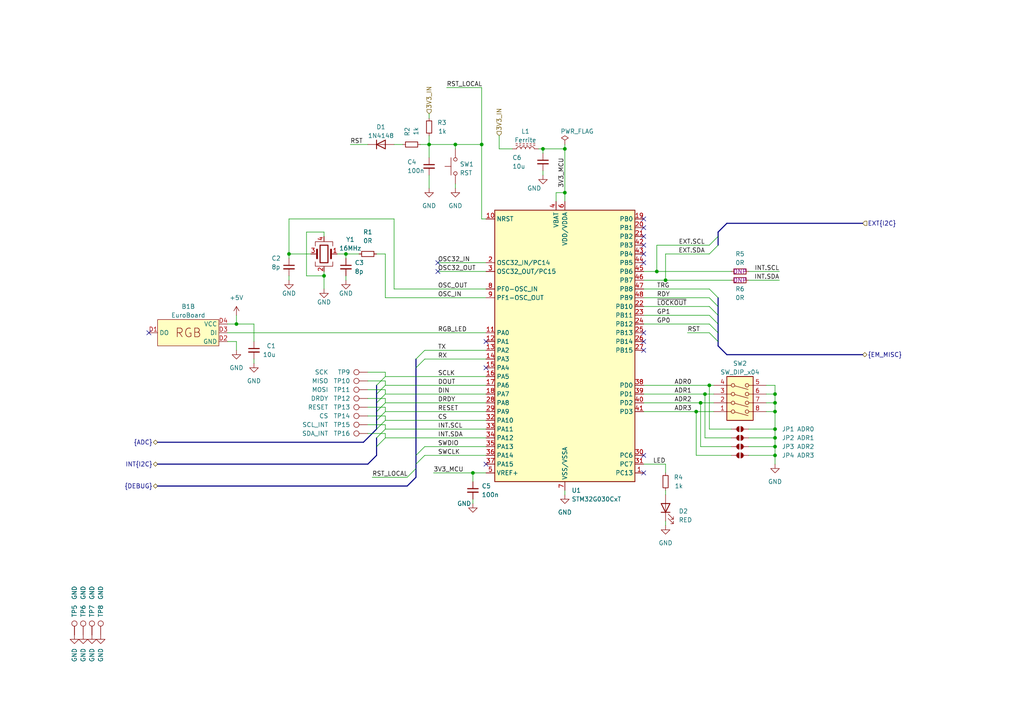
<source format=kicad_sch>
(kicad_sch (version 20230121) (generator eeschema)
  (paper "A4")
  (title_block (title "EuroMeasure Ion Gauge Controller") (date "2024-01-20") (rev "1.1.0"))
  (lib_symbols
    (symbol "Device:C_Small" (pin_numbers hide) (pin_names (offset 0.254) hide)
      (property "Reference" "C" (at 0.254 1.778 0))
      (property "Value" "C_Small" (at 0.254 -2.032 0))
      (symbol "C_Small_0_1"
        (polyline (pts (xy -1.524 -0.508) (xy 1.524 -0.508)) (stroke (width 0.3302)))
        (polyline (pts (xy -1.524 0.508) (xy 1.524 0.508)) (stroke (width 0.3048)))
      )
      (symbol "C_Small_1_1"
        (pin passive line (at 0 2.54 270) (length 2.032) (name "~") (number "1"))
        (pin passive line (at 0 -2.54 90) (length 2.032) (name "~") (number "2"))
      )
    )
    (symbol "Device:R_Small" (pin_numbers hide) (pin_names (offset 0.254) hide)
      (property "Reference" "R" (at 0.762 0.508 0))
      (property "Value" "R_Small" (at 0.762 -1.016 0))
      (symbol "R_Small_0_1"
        (rectangle (start -0.762 1.778) (end 0.762 -1.778) (stroke (width 0.2032)))
      )
      (symbol "R_Small_1_1"
        (pin passive line (at 0 2.54 270) (length 0.762) (name "~") (number "1"))
        (pin passive line (at 0 -2.54 90) (length 0.762) (name "~") (number "2"))
      )
    )
    (symbol "MEMS_Custom:EuroBoardLED"
      (property "Reference" "B" (at 8.89 8.89 0))
      (property "Value" "EuroBoard" (at 1.27 8.89 0))
      (symbol "EuroBoardLED_1_1"
        (rectangle (start -3.81 7.62) (end 10.16 -38.1) (fill (type background)))
        (polyline (pts (xy -3.81 -22.86) (xy 10.16 -22.86)))
        (polyline (pts (xy -3.81 -7.62) (xy 10.16 -7.62)))
        (pin power_out line (at -6.35 5.08 0) (length 2.54) (name "-15V") (number "1"))
        (pin passive line (at 12.7 -5.08 180) (length 2.54) (name "15V") (number "10"))
        (pin bidirectional line (at -6.35 -10.16 0) (length 2.54) (name "SCL") (number "11"))
        (pin passive line (at 12.7 -10.16 180) (length 2.54) (name "GND") (number "12"))
        (pin bidirectional line (at -6.35 -12.7 0) (length 2.54) (name "SDA") (number "13"))
        (pin passive line (at 12.7 -12.7 180) (length 2.54) (name "GND") (number "14"))
        (pin bidirectional line (at -6.35 -15.24 0) (length 2.54) (name "~{LOCKOUT}") (number "15"))
        (pin bidirectional line (at 12.7 -15.24 180) (length 2.54) (name "RST") (number "16"))
        (pin bidirectional line (at -6.35 -17.78 0) (length 2.54) (name "GP0") (number "17"))
        (pin bidirectional line (at 12.7 -17.78 180) (length 2.54) (name "GP1") (number "18"))
        (pin bidirectional line (at -6.35 -20.32 0) (length 2.54) (name "TRG") (number "19"))
        (pin passive line (at 12.7 5.08 180) (length 2.54) (name "-15V") (number "2"))
        (pin bidirectional line (at 12.7 -20.32 180) (length 2.54) (name "RDY") (number "20"))
        (pin bidirectional line (at -6.35 -25.4 0) (length 2.54) (name "SWDIO") (number "21"))
        (pin power_in line (at 12.7 -25.4 180) (length 2.54) (name "GND") (number "22"))
        (pin bidirectional line (at -6.35 -27.94 0) (length 2.54) (name "SWCLK") (number "23"))
        (pin bidirectional line (at 12.7 -27.94 180) (length 2.54) (name "RST") (number "24"))
        (pin bidirectional line (at -6.35 -30.48 0) (length 2.54) (name "RX") (number "25"))
        (pin bidirectional line (at 12.7 -30.48 180) (length 2.54) (name "TX") (number "26"))
        (pin power_in line (at -6.35 -33.02 0) (length 2.54) (name "3.3V") (number "27"))
        (pin bidirectional line (at 12.7 -33.02 180) (length 2.54) (name "NC4") (number "28"))
        (pin bidirectional line (at -6.35 -35.56 0) (length 2.54) (name "NC5") (number "29"))
        (pin power_out line (at -6.35 2.54 0) (length 2.54) (name "GND") (number "3"))
        (pin bidirectional line (at 12.7 -35.56 180) (length 2.54) (name "NC6") (number "30"))
        (pin passive line (at 12.7 2.54 180) (length 2.54) (name "GND") (number "4"))
        (pin power_out line (at -6.35 0 0) (length 2.54) (name "5V") (number "5"))
        (pin passive line (at 12.7 0 180) (length 2.54) (name "5V") (number "6"))
        (pin passive line (at -6.35 -2.54 0) (length 2.54) (name "GND") (number "7"))
        (pin passive line (at 12.7 -2.54 180) (length 2.54) (name "GND") (number "8"))
        (pin power_out line (at -6.35 -5.08 0) (length 2.54) (name "15V") (number "9"))
      )
      (symbol "EuroBoardLED_2_1"
        (rectangle (start -6.35 7.62) (end 11.43 0) (fill (type background)))
        (text "RGB" (at 2.54 3.81 0) (effects (font (size 2.54 2.54))))
        (pin output line (at 13.97 3.81 180) (length 2.54) (name "DO") (number "D1"))
        (pin power_in line (at -8.89 1.27 0) (length 2.54) (name "GND") (number "D2"))
        (pin input line (at -8.89 3.81 0) (length 2.54) (name "DI") (number "D3"))
        (pin power_in line (at -8.89 6.35 0) (length 2.54) (name "VCC") (number "D4"))
      )
    )
    (symbol "MEMS_Discrete-semiconductor:D_1N4148WS-SOD323" (pin_numbers hide) (pin_names (offset 1.016) hide)
      (property "Reference" "D" (at 0 2.54 0))
      (property "Value" "1N4148" (at 0 -2.54 0))
      (symbol "D_1N4148WS-SOD323_0_1"
        (polyline (pts (xy -1.27 1.27) (xy -1.27 -1.27)) (stroke (width 0.254)))
        (polyline (pts (xy 1.27 0) (xy -1.27 0)))
        (polyline (pts (xy 1.27 1.27) (xy 1.27 -1.27) (xy -1.27 0) (xy 1.27 1.27)) (stroke (width 0.254)))
      )
      (symbol "D_1N4148WS-SOD323_1_1"
        (pin passive line (at -3.81 0 0) (length 2.54) (name "K") (number "1"))
        (pin passive line (at 3.81 0 180) (length 2.54) (name "A") (number "2"))
      )
    )
    (symbol "MEMS_Discrete-semiconductor:LED_0805_Red" (pin_numbers hide) (pin_names (offset 1.016) hide)
      (property "Reference" "D" (at 0 2.54 0))
      (property "Value" "RED" (at 0 -2.54 0))
      (symbol "LED_0805_Red_0_1"
        (polyline (pts (xy -1.27 -1.27) (xy -1.27 1.27)) (stroke (width 0.254)))
        (polyline (pts (xy -1.27 0) (xy 1.27 0)))
        (polyline (pts (xy 1.27 -1.27) (xy 1.27 1.27) (xy -1.27 0) (xy 1.27 -1.27)) (stroke (width 0.254)))
        (polyline (pts (xy -3.048 -0.762) (xy -4.572 -2.286) (xy -3.81 -2.286) (xy -4.572 -2.286) (xy -4.572 -1.524)))
        (polyline (pts (xy -1.778 -0.762) (xy -3.302 -2.286) (xy -2.54 -2.286) (xy -3.302 -2.286) (xy -3.302 -1.524)))
      )
      (symbol "LED_0805_Red_1_1"
        (pin passive line (at -3.81 0 0) (length 2.54) (name "K") (number "1"))
        (pin passive line (at 3.81 0 180) (length 2.54) (name "A") (number "2"))
      )
    )
    (symbol "MEMS_Electromechanical:SW_DIP_A6H-4101" (pin_names (offset 0) hide)
      (property "Reference" "SW" (at 0 8.89 0))
      (property "Value" "SW_DIP_x04" (at 0 -6.35 0))
      (symbol "SW_DIP_A6H-4101_0_0"
        (circle (center -2.032 -2.54) (radius 0.508))
        (circle (center -2.032 0) (radius 0.508))
        (circle (center -2.032 2.54) (radius 0.508))
        (circle (center -2.032 5.08) (radius 0.508))
        (polyline (pts (xy -1.524 -2.3876) (xy 2.3622 -1.3462)))
        (polyline (pts (xy -1.524 0.127) (xy 2.3622 1.1684)))
        (polyline (pts (xy -1.524 2.667) (xy 2.3622 3.7084)))
        (polyline (pts (xy -1.524 5.207) (xy 2.3622 6.2484)))
        (circle (center 2.032 -2.54) (radius 0.508))
        (circle (center 2.032 0) (radius 0.508))
        (circle (center 2.032 2.54) (radius 0.508))
        (circle (center 2.032 5.08) (radius 0.508))
      )
      (symbol "SW_DIP_A6H-4101_0_1"
        (rectangle (start -3.81 7.62) (end 3.81 -5.08) (stroke (width 0.254)) (fill (type background)))
      )
      (symbol "SW_DIP_A6H-4101_1_1"
        (pin passive line (at -7.62 5.08 0) (length 5.08) (name "~") (number "1"))
        (pin passive line (at -7.62 2.54 0) (length 5.08) (name "~") (number "2"))
        (pin passive line (at -7.62 0 0) (length 5.08) (name "~") (number "3"))
        (pin passive line (at -7.62 -2.54 0) (length 5.08) (name "~") (number "4"))
        (pin passive line (at 7.62 -2.54 180) (length 5.08) (name "~") (number "5"))
        (pin passive line (at 7.62 0 180) (length 5.08) (name "~") (number "6"))
        (pin passive line (at 7.62 2.54 180) (length 5.08) (name "~") (number "7"))
        (pin passive line (at 7.62 5.08 180) (length 5.08) (name "~") (number "8"))
      )
    )
    (symbol "MEMS_Electromechanical:SW_Push_Tact_B3S-1000" (pin_numbers hide) (pin_names (offset 1.016) hide)
      (property "Reference" "SW" (at 1.27 2.54 0))
      (property "Value" "Tact" (at 0 -1.524 0))
      (symbol "SW_Push_Tact_B3S-1000_0_1"
        (circle (center -2.032 0) (radius 0.508))
        (polyline (pts (xy 0 1.27) (xy 0 3.048)))
        (polyline (pts (xy 2.54 1.27) (xy -2.54 1.27)))
        (circle (center 2.032 0) (radius 0.508))
        (pin passive line (at -5.08 0 0) (length 2.54) (name "1") (number "1"))
        (pin passive line (at 5.08 0 180) (length 2.54) (name "2") (number "2"))
      )
    )
    (symbol "MEMS_IC:STM32G030CxT"
      (property "Reference" "U" (at -6.35 49.53 0))
      (property "Value" "STM32G030CxT" (at 15.24 43.18 0))
      (symbol "STM32G030CxT_0_1"
        (rectangle (start -20.32 40.64) (end 20.32 -38.1) (stroke (width 0.254)) (fill (type background)))
      )
      (symbol "STM32G030CxT_1_1"
        (pin bidirectional line (at 22.86 -35.56 180) (length 2.54) (name "PC13") (number "1"))
        (pin bidirectional line (at -22.86 38.1 0) (length 2.54) (name "NRST") (number "10"))
        (pin bidirectional line (at -22.86 5.08 0) (length 2.54) (name "PA0") (number "11"))
        (pin bidirectional line (at -22.86 2.54 0) (length 2.54) (name "PA1") (number "12"))
        (pin bidirectional line (at -22.86 0 0) (length 2.54) (name "PA2") (number "13"))
        (pin bidirectional line (at -22.86 -2.54 0) (length 2.54) (name "PA3") (number "14"))
        (pin bidirectional line (at -22.86 -5.08 0) (length 2.54) (name "PA4") (number "15"))
        (pin bidirectional line (at -22.86 -7.62 0) (length 2.54) (name "PA5") (number "16"))
        (pin bidirectional line (at -22.86 -10.16 0) (length 2.54) (name "PA6") (number "17"))
        (pin bidirectional line (at -22.86 -12.7 0) (length 2.54) (name "PA7") (number "18"))
        (pin bidirectional line (at 22.86 38.1 180) (length 2.54) (name "PB0") (number "19"))
        (pin bidirectional line (at -22.86 25.4 0) (length 2.54) (name "OSC32_IN/PC14") (number "2"))
        (pin bidirectional line (at 22.86 35.56 180) (length 2.54) (name "PB1") (number "20"))
        (pin bidirectional line (at 22.86 33.02 180) (length 2.54) (name "PB2") (number "21"))
        (pin bidirectional line (at 22.86 12.7 180) (length 2.54) (name "PB10") (number "22"))
        (pin bidirectional line (at 22.86 10.16 180) (length 2.54) (name "PB11") (number "23"))
        (pin bidirectional line (at 22.86 7.62 180) (length 2.54) (name "PB12") (number "24"))
        (pin bidirectional line (at 22.86 5.08 180) (length 2.54) (name "PB13") (number "25"))
        (pin bidirectional line (at 22.86 2.54 180) (length 2.54) (name "PB14") (number "26"))
        (pin bidirectional line (at 22.86 0 180) (length 2.54) (name "PB15") (number "27"))
        (pin bidirectional line (at -22.86 -15.24 0) (length 2.54) (name "PA8") (number "28"))
        (pin bidirectional line (at -22.86 -17.78 0) (length 2.54) (name "PA9") (number "29"))
        (pin bidirectional line (at -22.86 22.86 0) (length 2.54) (name "OSC32_OUT/PC15") (number "3"))
        (pin bidirectional line (at 22.86 -30.48 180) (length 2.54) (name "PC6") (number "30"))
        (pin bidirectional line (at 22.86 -33.02 180) (length 2.54) (name "PC7") (number "31"))
        (pin bidirectional line (at -22.86 -20.32 0) (length 2.54) (name "PA10") (number "32"))
        (pin bidirectional line (at -22.86 -22.86 0) (length 2.54) (name "PA11") (number "33"))
        (pin bidirectional line (at -22.86 -25.4 0) (length 2.54) (name "PA12") (number "34"))
        (pin bidirectional line (at -22.86 -27.94 0) (length 2.54) (name "PA13") (number "35"))
        (pin bidirectional line (at -22.86 -30.48 0) (length 2.54) (name "PA14") (number "36"))
        (pin bidirectional line (at -22.86 -33.02 0) (length 2.54) (name "PA15") (number "37"))
        (pin bidirectional line (at 22.86 -10.16 180) (length 2.54) (name "PD0") (number "38"))
        (pin bidirectional line (at 22.86 -12.7 180) (length 2.54) (name "PD1") (number "39"))
        (pin power_in line (at -2.54 43.18 270) (length 2.54) (name "VBAT") (number "4"))
        (pin bidirectional line (at 22.86 -15.24 180) (length 2.54) (name "PD2") (number "40"))
        (pin bidirectional line (at 22.86 -17.78 180) (length 2.54) (name "PD3") (number "41"))
        (pin bidirectional line (at 22.86 30.48 180) (length 2.54) (name "PB3") (number "42"))
        (pin bidirectional line (at 22.86 27.94 180) (length 2.54) (name "PB4") (number "43"))
        (pin bidirectional line (at 22.86 25.4 180) (length 2.54) (name "PB5") (number "44"))
        (pin bidirectional line (at 22.86 22.86 180) (length 2.54) (name "PB6") (number "45"))
        (pin bidirectional line (at 22.86 20.32 180) (length 2.54) (name "PB7") (number "46"))
        (pin bidirectional line (at 22.86 17.78 180) (length 2.54) (name "PB8") (number "47"))
        (pin bidirectional line (at 22.86 15.24 180) (length 2.54) (name "PB9") (number "48"))
        (pin input line (at -22.86 -35.56 0) (length 2.54) (name "VREF+") (number "5"))
        (pin power_in line (at 0 43.18 270) (length 2.54) (name "VDD/VDDA") (number "6"))
        (pin power_in line (at 0 -40.64 90) (length 2.54) (name "VSS/VSSA") (number "7"))
        (pin bidirectional line (at -22.86 17.78 0) (length 2.54) (name "PF0-OSC_IN") (number "8"))
        (pin bidirectional line (at -22.86 15.24 0) (length 2.54) (name "PF1-OSC_OUT") (number "9"))
      )
    )
    (symbol "MEMS_Other:TP_1mm_via" (pin_numbers hide) (pin_names (offset 0.762) hide) (in_bom no)
      (property "Reference" "TP" (at 0 6.858 0))
      (property "Value" "TestPoint" (at 0 5.08 0))
      (symbol "TP_1mm_via_0_1"
        (circle (center 0 3.302) (radius 0.762))
      )
      (symbol "TP_1mm_via_1_1"
        (pin passive line (at 0 0 90) (length 2.54) (name "1") (number "1"))
      )
    )
    (symbol "MEMS_Passive:Crystal_16MHz_ECS-160-8-36CKM-TR3" (pin_names (offset 0) hide)
      (property "Reference" "Y" (at 3.175 5.08 0))
      (property "Value" "16MHz" (at 3.175 3.175 0))
      (symbol "Crystal_16MHz_ECS-160-8-36CKM-TR3_0_1"
        (rectangle (start -1.143 2.54) (end 1.143 -2.54) (stroke (width 0.3048)))
        (polyline (pts (xy -2.54 0) (xy -2.032 0)))
        (polyline (pts (xy -2.032 -1.27) (xy -2.032 1.27)) (stroke (width 0.508)))
        (polyline (pts (xy 0 -3.81) (xy 0 -3.556)))
        (polyline (pts (xy 0 3.556) (xy 0 3.81)))
        (polyline (pts (xy 2.032 -1.27) (xy 2.032 1.27)) (stroke (width 0.508)))
        (polyline (pts (xy 2.032 0) (xy 2.54 0)))
        (polyline (pts (xy -2.54 -2.286) (xy -2.54 -3.556) (xy 2.54 -3.556) (xy 2.54 -2.286)))
        (polyline (pts (xy -2.54 2.286) (xy -2.54 3.556) (xy 2.54 3.556) (xy 2.54 2.286)))
      )
      (symbol "Crystal_16MHz_ECS-160-8-36CKM-TR3_1_1"
        (pin passive line (at -3.81 0 0) (length 1.27) (name "1") (number "1"))
        (pin passive line (at 0 5.08 270) (length 1.27) (name "2") (number "2"))
        (pin passive line (at 3.81 0 180) (length 1.27) (name "3") (number "3"))
        (pin passive line (at 0 -5.08 90) (length 1.27) (name "4") (number "4"))
      )
    )
    (symbol "MEMS_Passive:L_Ferrite_742792040" (pin_numbers hide) (pin_names (offset 1.016) hide)
      (property "Reference" "L" (at -1.27 0 90))
      (property "Value" "Ferrite" (at 2.794 0 90))
      (symbol "L_Ferrite_742792040_0_1"
        (arc (start 0 -2.54) (mid 0.6323 -1.905) (end 0 -1.27))
        (arc (start 0 -1.27) (mid 0.6323 -0.635) (end 0 0))
        (polyline (pts (xy 1.016 -2.794) (xy 1.016 -2.286)))
        (polyline (pts (xy 1.016 -1.778) (xy 1.016 -1.27)))
        (polyline (pts (xy 1.016 -0.762) (xy 1.016 -0.254)))
        (polyline (pts (xy 1.016 0.254) (xy 1.016 0.762)))
        (polyline (pts (xy 1.016 1.27) (xy 1.016 1.778)))
        (polyline (pts (xy 1.016 2.286) (xy 1.016 2.794)))
        (polyline (pts (xy 1.524 -2.286) (xy 1.524 -2.794)))
        (polyline (pts (xy 1.524 -1.27) (xy 1.524 -1.778)))
        (polyline (pts (xy 1.524 -0.254) (xy 1.524 -0.762)))
        (polyline (pts (xy 1.524 0.762) (xy 1.524 0.254)))
        (polyline (pts (xy 1.524 1.778) (xy 1.524 1.27)))
        (polyline (pts (xy 1.524 2.794) (xy 1.524 2.286)))
        (arc (start 0 0) (mid 0.6323 0.635) (end 0 1.27))
        (arc (start 0 1.27) (mid 0.6323 1.905) (end 0 2.54))
      )
      (symbol "L_Ferrite_742792040_1_1"
        (pin passive line (at 0 3.81 270) (length 1.27) (name "1") (number "1"))
        (pin passive line (at 0 -3.81 90) (length 1.27) (name "2") (number "2"))
      )
    )
    (symbol "MEMS_Passive:SolderableJumper" (pin_numbers hide) (pin_names hide) (in_bom no)
      (property "Reference" "JP" (at 0 2.54 0))
      (symbol "SolderableJumper_1_1"
        (arc (start -0.254 0.762) (mid -0.9949 0) (end -0.254 -0.762) (fill (type outline)))
        (polyline (pts (xy -1.27 0) (xy -0.762 0)))
        (polyline (pts (xy -0.254 0.762) (xy -0.254 -0.762)))
        (polyline (pts (xy 0.254 -0.762) (xy 0.254 0.762)))
        (polyline (pts (xy 1.27 0) (xy 0.762 0)))
        (arc (start 0.254 -0.762) (mid 0.9949 0) (end 0.254 0.762) (fill (type outline)))
        (pin passive line (at -2.54 0 0) (length 1.27) (name "~") (number "1"))
        (pin passive line (at 2.54 0 180) (length 1.27) (name "~") (number "2"))
      )
    )
    (symbol "power:+5V" (power) (pin_names (offset 0))
      (property "Value" "+5V" (at 0 3.556 0))
      (symbol "+5V_0_1"
        (polyline (pts (xy -0.762 1.27) (xy 0 2.54)))
        (polyline (pts (xy 0 0) (xy 0 2.54)))
        (polyline (pts (xy 0 2.54) (xy 0.762 1.27)))
      )
      (symbol "+5V_1_1"
        (pin power_in line (at 0 0 90) (length 0) hide (name "+5V") (number "1"))
      )
    )
    (symbol "power:GND" (power) (pin_names (offset 0))
      (property "Value" "GND" (at 0 -3.81 0))
      (symbol "GND_0_1"
        (polyline (pts (xy 0 0) (xy 0 -1.27) (xy 1.27 -1.27) (xy 0 -2.54) (xy -1.27 -1.27) (xy 0 -1.27)))
      )
      (symbol "GND_1_1"
        (pin power_in line (at 0 0 270) (length 0) hide (name "GND") (number "1"))
      )
    )
    (symbol "power:PWR_FLAG" (power) (pin_numbers hide) (pin_names (offset 0) hide)
      (property "Value" "PWR_FLAG" (at 0 3.81 0))
      (symbol "PWR_FLAG_0_0"
        (pin power_out line (at 0 0 90) (length 0) (name "pwr") (number "1"))
      )
      (symbol "PWR_FLAG_0_1"
        (polyline (pts (xy 0 0) (xy 0 1.27) (xy -1.016 1.905) (xy 0 2.54) (xy 1.016 1.905) (xy 0 1.27)))
      )
    )
  )
  (bus_alias "DEBUG" (members "TX" "RX" "SWCLK" "SWDIO" "RST_LOCAL"))
  (bus_alias "EM_MISC" (members "~{LOCKOUT}" "RDY" "TRG" "GP0" "GP1" "RST"))
  (bus_alias "I2C" (members "SCL" "SDA"))
  (junction (at 93.98 80.01))
  (junction (at 83.82 73.66))
  (junction (at 68.58 93.98))
  (junction (at 163.83 43.18))
  (junction (at 224.79 119.38))
  (junction (at 224.79 132.08))
  (junction (at 163.83 55.88))
  (junction (at 193.04 81.28))
  (junction (at 139.7 41.91))
  (junction (at 224.79 114.3))
  (junction (at 205.74 111.76))
  (junction (at 124.46 41.91))
  (junction (at 224.79 129.54))
  (junction (at 203.2 116.84))
  (junction (at 204.47 114.3))
  (junction (at 137.16 137.16))
  (junction (at 201.93 119.38))
  (junction (at 100.33 73.66))
  (junction (at 157.48 43.18))
  (junction (at 224.79 116.84))
  (junction (at 224.79 127))
  (junction (at 224.79 124.46))
  (junction (at 190.5 78.74))
  (junction (at 132.08 41.91))
  (no_connect (at 186.69 99.06))
  (no_connect (at 186.69 96.52))
  (no_connect (at 186.69 132.08))
  (no_connect (at 186.69 137.16))
  (no_connect (at 140.97 106.68))
  (no_connect (at 140.97 99.06))
  (no_connect (at 186.69 66.04))
  (no_connect (at 127 76.2))
  (no_connect (at 186.69 76.2))
  (no_connect (at 127 78.74))
  (no_connect (at 140.97 134.62))
  (no_connect (at 186.69 71.12))
  (no_connect (at 186.69 73.66))
  (no_connect (at 186.69 63.5))
  (no_connect (at 43.18 96.52))
  (no_connect (at 186.69 68.58))
  (no_connect (at 186.69 101.6))
  (bus_entry (at 123.19 129.54) (size -2.54 2.54))
  (bus_entry (at 205.74 88.9) (size 2.54 2.54))
  (bus_entry (at 118.11 138.43) (size 2.54 -2.54))
  (bus_entry (at 109.22 127) (size 2.54 -2.54))
  (bus_entry (at 205.74 93.98) (size 2.54 2.54))
  (bus_entry (at 205.74 96.52) (size 2.54 2.54))
  (bus_entry (at 123.19 132.08) (size -2.54 2.54))
  (bus_entry (at 205.74 86.36) (size 2.54 2.54))
  (bus_entry (at 205.74 71.12) (size 2.54 -2.54))
  (bus_entry (at 109.22 129.54) (size 2.54 -2.54))
  (bus_entry (at 205.74 83.82) (size 2.54 2.54))
  (bus_entry (at 205.74 91.44) (size 2.54 2.54))
  (bus_entry (at 109.22 121.92) (size 2.54 -2.54))
  (bus_entry (at 123.19 101.6) (size -2.54 2.54))
  (bus_entry (at 205.74 73.66) (size 2.54 -2.54))
  (bus_entry (at 109.22 119.38) (size 2.54 -2.54))
  (bus_entry (at 109.22 124.46) (size 2.54 -2.54))
  (bus_entry (at 109.22 114.3) (size 2.54 -2.54))
  (bus_entry (at 123.19 104.14) (size -2.54 2.54))
  (bus_entry (at 109.22 111.76) (size 2.54 -2.54))
  (bus_entry (at 109.22 116.84) (size 2.54 -2.54))
  (wire (pts (xy 106.68 110.49) (xy 111.76 110.49)))
  (wire (pts (xy 193.04 73.66) (xy 205.74 73.66)))
  (wire (pts (xy 111.76 116.84) (xy 140.97 116.84)))
  (wire (pts (xy 224.79 119.38) (xy 224.79 124.46)))
  (wire (pts (xy 140.97 137.16) (xy 137.16 137.16)))
  (bus (pts (xy 208.28 91.44) (xy 208.28 93.98)))
  (wire (pts (xy 111.76 127) (xy 140.97 127)))
  (wire (pts (xy 93.98 78.74) (xy 93.98 80.01)))
  (wire (pts (xy 124.46 33.02) (xy 124.46 34.29)))
  (wire (pts (xy 106.68 123.19) (xy 111.76 123.19)))
  (wire (pts (xy 132.08 43.18) (xy 132.08 41.91)))
  (wire (pts (xy 66.04 96.52) (xy 140.97 96.52)))
  (bus (pts (xy 208.28 68.58) (xy 208.28 67.31)))
  (wire (pts (xy 123.19 132.08) (xy 140.97 132.08)))
  (wire (pts (xy 137.16 146.05) (xy 137.16 144.78)))
  (wire (pts (xy 111.76 124.46) (xy 111.76 123.19)))
  (wire (pts (xy 224.79 124.46) (xy 224.79 127)))
  (wire (pts (xy 124.46 50.8) (xy 124.46 54.61)))
  (wire (pts (xy 124.46 39.37) (xy 124.46 41.91)))
  (wire (pts (xy 205.74 111.76) (xy 205.74 124.46)))
  (wire (pts (xy 186.69 116.84) (xy 203.2 116.84)))
  (wire (pts (xy 205.74 88.9) (xy 186.69 88.9)))
  (bus (pts (xy 109.22 127) (xy 109.22 129.54)))
  (wire (pts (xy 114.3 63.5) (xy 114.3 83.82)))
  (wire (pts (xy 106.68 107.95) (xy 111.76 107.95)))
  (bus (pts (xy 208.28 71.12) (xy 208.28 68.58)))
  (wire (pts (xy 123.19 129.54) (xy 140.97 129.54)))
  (wire (pts (xy 157.48 43.18) (xy 157.48 44.45)))
  (wire (pts (xy 186.69 91.44) (xy 205.74 91.44)))
  (wire (pts (xy 186.69 81.28) (xy 193.04 81.28)))
  (wire (pts (xy 199.39 96.52) (xy 205.74 96.52)))
  (wire (pts (xy 144.78 39.37) (xy 144.78 43.18)))
  (bus (pts (xy 109.22 124.46) (xy 105.41 128.27)))
  (bus (pts (xy 120.65 132.08) (xy 120.65 134.62)))
  (wire (pts (xy 157.48 50.8) (xy 157.48 49.53)))
  (bus (pts (xy 109.22 119.38) (xy 109.22 121.92)))
  (wire (pts (xy 111.76 119.38) (xy 140.97 119.38)))
  (wire (pts (xy 132.08 53.34) (xy 132.08 54.61)))
  (bus (pts (xy 210.82 64.77) (xy 250.19 64.77)))
  (wire (pts (xy 129.54 25.4) (xy 139.7 25.4)))
  (wire (pts (xy 83.82 73.66) (xy 83.82 74.93)))
  (wire (pts (xy 111.76 109.22) (xy 140.97 109.22)))
  (wire (pts (xy 121.92 41.91) (xy 124.46 41.91)))
  (wire (pts (xy 68.58 99.06) (xy 68.58 101.6)))
  (bus (pts (xy 45.72 140.97) (xy 118.11 140.97)))
  (wire (pts (xy 100.33 73.66) (xy 104.14 73.66)))
  (wire (pts (xy 123.19 104.14) (xy 140.97 104.14)))
  (wire (pts (xy 83.82 73.66) (xy 90.17 73.66)))
  (wire (pts (xy 123.19 101.6) (xy 140.97 101.6)))
  (bus (pts (xy 208.28 86.36) (xy 208.28 88.9)))
  (wire (pts (xy 193.04 151.13) (xy 193.04 152.4)))
  (wire (pts (xy 111.76 114.3) (xy 111.76 113.03)))
  (wire (pts (xy 111.76 86.36) (xy 140.97 86.36)))
  (wire (pts (xy 224.79 129.54) (xy 224.79 132.08)))
  (wire (pts (xy 222.25 119.38) (xy 224.79 119.38)))
  (wire (pts (xy 161.29 55.88) (xy 161.29 58.42)))
  (bus (pts (xy 109.22 114.3) (xy 109.22 116.84)))
  (bus (pts (xy 120.65 104.14) (xy 120.65 106.68)))
  (wire (pts (xy 83.82 63.5) (xy 83.82 73.66)))
  (wire (pts (xy 100.33 73.66) (xy 100.33 74.93)))
  (wire (pts (xy 163.83 55.88) (xy 163.83 58.42)))
  (bus (pts (xy 208.28 100.33) (xy 210.82 102.87)))
  (wire (pts (xy 106.68 113.03) (xy 111.76 113.03)))
  (wire (pts (xy 203.2 116.84) (xy 207.01 116.84)))
  (bus (pts (xy 208.28 67.31) (xy 210.82 64.77)))
  (wire (pts (xy 106.68 125.73) (xy 111.76 125.73)))
  (wire (pts (xy 186.69 93.98) (xy 205.74 93.98)))
  (wire (pts (xy 137.16 137.16) (xy 137.16 139.7)))
  (wire (pts (xy 204.47 114.3) (xy 207.01 114.3)))
  (wire (pts (xy 83.82 81.28) (xy 83.82 80.01)))
  (wire (pts (xy 124.46 45.72) (xy 124.46 41.91)))
  (wire (pts (xy 73.66 104.14) (xy 73.66 105.41)))
  (wire (pts (xy 224.79 132.08) (xy 224.79 134.62)))
  (wire (pts (xy 186.69 78.74) (xy 190.5 78.74)))
  (wire (pts (xy 111.76 116.84) (xy 111.76 115.57)))
  (bus (pts (xy 109.22 121.92) (xy 109.22 124.46)))
  (wire (pts (xy 127 78.74) (xy 140.97 78.74)))
  (wire (pts (xy 111.76 111.76) (xy 111.76 110.49)))
  (wire (pts (xy 88.9 67.31) (xy 88.9 80.01)))
  (wire (pts (xy 127 76.2) (xy 140.97 76.2)))
  (wire (pts (xy 204.47 127) (xy 212.09 127)))
  (bus (pts (xy 208.28 99.06) (xy 208.28 100.33)))
  (wire (pts (xy 107.95 138.43) (xy 118.11 138.43)))
  (wire (pts (xy 224.79 111.76) (xy 224.79 114.3)))
  (wire (pts (xy 193.04 81.28) (xy 212.09 81.28)))
  (wire (pts (xy 201.93 119.38) (xy 201.93 132.08)))
  (wire (pts (xy 139.7 25.4) (xy 139.7 41.91)))
  (wire (pts (xy 111.76 119.38) (xy 111.76 118.11)))
  (wire (pts (xy 68.58 91.44) (xy 68.58 93.98)))
  (wire (pts (xy 73.66 93.98) (xy 73.66 99.06)))
  (wire (pts (xy 66.04 99.06) (xy 68.58 99.06)))
  (wire (pts (xy 224.79 114.3) (xy 224.79 116.84)))
  (wire (pts (xy 111.76 121.92) (xy 140.97 121.92)))
  (wire (pts (xy 217.17 78.74) (xy 226.06 78.74)))
  (wire (pts (xy 201.93 119.38) (xy 207.01 119.38)))
  (wire (pts (xy 186.69 111.76) (xy 205.74 111.76)))
  (wire (pts (xy 125.73 137.16) (xy 137.16 137.16)))
  (wire (pts (xy 217.17 132.08) (xy 224.79 132.08)))
  (wire (pts (xy 203.2 116.84) (xy 203.2 129.54)))
  (wire (pts (xy 217.17 129.54) (xy 224.79 129.54)))
  (wire (pts (xy 144.78 43.18) (xy 148.59 43.18)))
  (wire (pts (xy 93.98 80.01) (xy 93.98 83.82)))
  (wire (pts (xy 222.25 114.3) (xy 224.79 114.3)))
  (wire (pts (xy 111.76 73.66) (xy 111.76 86.36)))
  (wire (pts (xy 163.83 41.91) (xy 163.83 43.18)))
  (wire (pts (xy 205.74 111.76) (xy 207.01 111.76)))
  (wire (pts (xy 186.69 114.3) (xy 204.47 114.3)))
  (bus (pts (xy 120.65 138.43) (xy 118.11 140.97)))
  (wire (pts (xy 222.25 111.76) (xy 224.79 111.76)))
  (bus (pts (xy 109.22 111.76) (xy 109.22 114.3)))
  (wire (pts (xy 140.97 63.5) (xy 139.7 63.5)))
  (wire (pts (xy 66.04 93.98) (xy 68.58 93.98)))
  (wire (pts (xy 224.79 116.84) (xy 224.79 119.38)))
  (wire (pts (xy 193.04 73.66) (xy 193.04 81.28)))
  (wire (pts (xy 163.83 55.88) (xy 161.29 55.88)))
  (wire (pts (xy 109.22 73.66) (xy 111.76 73.66)))
  (wire (pts (xy 111.76 118.11) (xy 106.68 118.11)))
  (bus (pts (xy 120.65 135.89) (xy 120.65 138.43)))
  (bus (pts (xy 45.72 134.62) (xy 106.68 134.62)))
  (wire (pts (xy 111.76 125.73) (xy 111.76 127)))
  (wire (pts (xy 111.76 107.95) (xy 111.76 109.22)))
  (bus (pts (xy 210.82 102.87) (xy 250.19 102.87)))
  (wire (pts (xy 186.69 83.82) (xy 205.74 83.82)))
  (wire (pts (xy 124.46 41.91) (xy 132.08 41.91)))
  (wire (pts (xy 111.76 111.76) (xy 140.97 111.76)))
  (bus (pts (xy 120.65 106.68) (xy 120.65 132.08)))
  (wire (pts (xy 114.3 63.5) (xy 83.82 63.5)))
  (bus (pts (xy 208.28 96.52) (xy 208.28 99.06)))
  (wire (pts (xy 93.98 68.58) (xy 93.98 67.31)))
  (bus (pts (xy 109.22 129.54) (xy 109.22 132.08)))
  (wire (pts (xy 193.04 137.16) (xy 193.04 134.62)))
  (bus (pts (xy 45.72 128.27) (xy 105.41 128.27)))
  (wire (pts (xy 217.17 127) (xy 224.79 127)))
  (wire (pts (xy 190.5 78.74) (xy 212.09 78.74)))
  (wire (pts (xy 68.58 93.98) (xy 73.66 93.98)))
  (bus (pts (xy 109.22 116.84) (xy 109.22 119.38)))
  (wire (pts (xy 100.33 81.28) (xy 100.33 80.01)))
  (wire (pts (xy 139.7 41.91) (xy 132.08 41.91)))
  (bus (pts (xy 208.28 93.98) (xy 208.28 96.52)))
  (wire (pts (xy 190.5 71.12) (xy 205.74 71.12)))
  (wire (pts (xy 88.9 80.01) (xy 93.98 80.01)))
  (wire (pts (xy 101.6 41.91) (xy 106.68 41.91)))
  (wire (pts (xy 203.2 129.54) (xy 212.09 129.54)))
  (wire (pts (xy 156.21 43.18) (xy 157.48 43.18)))
  (wire (pts (xy 224.79 127) (xy 224.79 129.54)))
  (bus (pts (xy 120.65 135.89) (xy 120.65 134.62)))
  (wire (pts (xy 222.25 116.84) (xy 224.79 116.84)))
  (wire (pts (xy 111.76 121.92) (xy 111.76 120.65)))
  (wire (pts (xy 193.04 143.51) (xy 193.04 142.24)))
  (wire (pts (xy 217.17 124.46) (xy 224.79 124.46)))
  (wire (pts (xy 157.48 43.18) (xy 163.83 43.18)))
  (wire (pts (xy 204.47 114.3) (xy 204.47 127)))
  (wire (pts (xy 217.17 81.28) (xy 226.06 81.28)))
  (wire (pts (xy 163.83 142.24) (xy 163.83 143.51)))
  (bus (pts (xy 208.28 88.9) (xy 208.28 91.44)))
  (wire (pts (xy 106.68 115.57) (xy 111.76 115.57)))
  (wire (pts (xy 186.69 134.62) (xy 193.04 134.62)))
  (wire (pts (xy 186.69 86.36) (xy 205.74 86.36)))
  (wire (pts (xy 111.76 124.46) (xy 140.97 124.46)))
  (wire (pts (xy 97.79 73.66) (xy 100.33 73.66)))
  (wire (pts (xy 139.7 63.5) (xy 139.7 41.91)))
  (wire (pts (xy 93.98 67.31) (xy 88.9 67.31)))
  (wire (pts (xy 186.69 119.38) (xy 201.93 119.38)))
  (wire (pts (xy 111.76 114.3) (xy 140.97 114.3)))
  (wire (pts (xy 111.76 120.65) (xy 106.68 120.65)))
  (wire (pts (xy 190.5 71.12) (xy 190.5 78.74)))
  (wire (pts (xy 201.93 132.08) (xy 212.09 132.08)))
  (wire (pts (xy 205.74 124.46) (xy 212.09 124.46)))
  (wire (pts (xy 163.83 43.18) (xy 163.83 55.88)))
  (bus (pts (xy 109.22 132.08) (xy 106.68 134.62)))
  (wire (pts (xy 114.3 41.91) (xy 116.84 41.91)))
  (wire (pts (xy 114.3 83.82) (xy 140.97 83.82)))
  (label "INT.SCL" (at 127 124.46 0))
  (label "OSC_OUT" (at 127 83.82 0))
  (label "SWCLK" (at 127 132.08 0))
  (label "SCLK" (at 127 109.22 0))
  (label "DRDY" (at 127 116.84 0))
  (label "OSC32_OUT" (at 127 78.74 0))
  (label "OSC32_IN" (at 127 76.2 0))
  (label "LED" (at 193.04 134.62 180))
  (label "CS" (at 127 121.92 0))
  (label "RST_LOCAL" (at 129.54 25.4 0))
  (label "RST_LOCAL" (at 107.95 138.43 0))
  (label "RST" (at 101.6 41.91 0))
  (label "OSC_IN" (at 127 86.36 0))
  (label "GP0" (at 190.5 93.98 0))
  (label "EXT.SDA" (at 204.47 73.66 180))
  (label "ADR1" (at 195.58 114.3 0))
  (label "RESET" (at 127 119.38 0))
  (label "DOUT" (at 127 111.76 0))
  (label "INT.SCL" (at 226.06 78.74 180))
  (label "TRG" (at 190.5 83.82 0))
  (label "DIN" (at 127 114.3 0))
  (label "3V3_MCU" (at 125.73 137.16 0))
  (label "INT.SDA" (at 127 127 0))
  (label "RGB_LED" (at 127 96.52 0))
  (label "ADR0" (at 195.58 111.76 0))
  (label "EXT.SCL" (at 204.47 71.12 180))
  (label "~{LOCKOUT}" (at 190.5 88.9 0))
  (label "3V3_MCU" (at 163.83 45.72 270))
  (label "TX" (at 127 101.6 0))
  (label "INT.SDA" (at 226.06 81.28 180))
  (label "RST" (at 199.39 96.52 0))
  (label "ADR2" (at 195.58 116.84 0))
  (label "GP1" (at 190.5 91.44 0))
  (label "RDY" (at 190.5 86.36 0))
  (label "SWDIO" (at 127 129.54 0))
  (label "ADR3" (at 195.58 119.38 0))
  (label "RX" (at 127 104.14 0))
  (hierarchical_label "EXT{I2C}" (shape input) (at 250.19 64.77 0))
  (hierarchical_label "3V3_IN" (shape input) (at 124.46 33.02 90))
  (hierarchical_label "{EM_MISC}" (shape bidirectional) (at 250.19 102.87 0))
  (hierarchical_label "3V3_IN" (shape input) (at 144.78 39.37 90))
  (hierarchical_label "{DEBUG}" (shape bidirectional) (at 45.72 140.97 180))
  (hierarchical_label "INT{I2C}" (shape bidirectional) (at 45.72 134.62 180))
  (hierarchical_label "{ADC}" (shape bidirectional) (at 45.72 128.27 180))
  (symbol (lib_id "Device:C_Small") (at 157.48 46.99 0) (unit 1)
    (property "Reference" "C6" (at 148.59 45.72 0) (effects (justify left)))
    (property "Value" "10u" (at 148.59 48.26 0) (effects (justify left)))
    (property "Footprint" "Capacitor_SMD:C_0805_2012Metric_Pad1.18x1.45mm_HandSolder" (effects hide))
    (instances (project "EuroMeasure-IonGaugeController" (path "" (reference "C6") (unit 1))) (project "EuroMeasure-Generator" (path "" (reference "C57") (unit 1))))
  )
  (symbol (lib_id "MEMS_Other:TP_1mm_via") (at 21.59 184.15 0) (unit 1) (in_bom no)
    (property "Reference" "TP5" (at 21.59 179.07 90) (effects (justify left)))
    (property "Value" "GND" (at 21.59 173.99 90) (effects (justify left)))
    (property "Footprint" "MEMS_Custom:TestPoint_Pad_D1.0mm" (effects hide))
    (property "Sim.Enable" "0" (effects hide))
  )
  (symbol (lib_id "MEMS_Other:TP_1mm_via") (at 29.21 184.15 0) (unit 1) (in_bom no)
    (property "Reference" "TP8" (at 29.21 179.07 90) (effects (justify left)))
    (property "Value" "GND" (at 29.21 173.99 90) (effects (justify left)))
    (property "Footprint" "MEMS_Custom:TestPoint_Pad_D1.0mm" (effects hide))
    (property "Sim.Enable" "0" (effects hide))
  )
  (symbol (lib_id "MEMS_Electromechanical:SW_Push_Tact_B3S-1000") (at 132.08 48.26 90) (unit 1)
    (property "Reference" "SW1" (at 133.35 47.625 90) (effects (justify right)))
    (property "Value" "RST" (at 133.35 50.165 90) (effects (justify right)))
    (property "Footprint" "Button_Switch_SMD:SW_SPST_B3S-1000" (effects hide))
    (property "Datasheet" "https://www.mouser.com/datasheet/2/307/en_b3s-1221332.pdf" (effects hide))
    (property "Mouser" "653-B3S-1000" (effects hide))
    (property "MPN" "B3S-1000" (effects hide))
  )
  (symbol (lib_id "MEMS_Other:TP_1mm_via") (at 106.68 120.65 90) (unit 1) (in_bom no)
    (property "Reference" "TP14" (at 101.6 120.65 90) (effects (justify left)))
    (property "Value" "CS" (at 95.25 120.65 90) (effects (justify left)))
    (property "Footprint" "MEMS_Custom:TestPoint_Pad_D1.0mm" (effects hide))
    (property "Sim.Enable" "0" (effects hide))
  )
  (symbol (lib_id "MEMS_Passive:Crystal_16MHz_ECS-160-8-36CKM-TR3") (at 93.98 73.66 180) (unit 1)
    (property "Reference" "Y1" (at 101.6 69.4689 0))
    (property "Value" "16MHz" (at 101.6 72.0089 0))
    (property "Footprint" "Oscillator:Oscillator_SMD_Abracon_ASDMB-4Pin_2.5x2.0mm" (effects hide))
    (property "Datasheet" "https://www.mouser.com/datasheet/2/122/ECX_2236-2497269.pdf" (effects hide))
    (property "Mouser" "520-160-8-36CKM-TR3" (effects hide))
    (property "MPN" "ECS-160-8-36CKM-TR3" (effects hide))
  )
  (symbol (lib_id "Device:R_Small") (at 214.63 81.28 270) (unit 1)
    (property "Reference" "R6" (at 214.63 83.82 90))
    (property "Value" "0R" (at 214.63 86.36 90))
    (property "Footprint" "Capacitor_SMD:C_0805_2012Metric_Pad1.18x1.45mm_HandSolder" (effects hide))
    (property "DNP" "DNP" (at 214.63 81.28 90))
    (instances (project "EuroMeasure-IonGaugeController" (path "" (reference "R6") (unit 1))) (project "EuroMeasure-Generator" (path "" (reference "R28") (unit 1))))
  )
  (symbol (lib_id "Device:C_Small") (at 73.66 101.6 0) (mirror y) (unit 1)
    (property "Reference" "C1" (at 80.01 100.33 0) (effects (justify left)))
    (property "Value" "10u" (at 80.01 102.87 0) (effects (justify left)))
    (property "Footprint" "Capacitor_SMD:C_0805_2012Metric_Pad1.18x1.45mm_HandSolder" (effects hide))
  )
  (symbol (lib_id "Device:R_Small") (at 214.63 78.74 90) (unit 1)
    (property "Reference" "R5" (at 214.63 73.66 90))
    (property "Value" "0R" (at 214.63 76.2 90))
    (property "Footprint" "Capacitor_SMD:C_0805_2012Metric_Pad1.18x1.45mm_HandSolder" (effects hide))
    (property "DNP" "DNP" (at 214.63 78.74 90))
    (instances (project "EuroMeasure-IonGaugeController" (path "" (reference "R5") (unit 1))) (project "EuroMeasure-Generator" (path "" (reference "R27") (unit 1))))
  )
  (symbol (lib_id "MEMS_Other:TP_1mm_via") (at 106.68 113.03 90) (unit 1) (in_bom no)
    (property "Reference" "TP11" (at 101.6 113.03 90) (effects (justify left)))
    (property "Value" "MOSI" (at 95.25 113.03 90) (effects (justify left)))
    (property "Footprint" "MEMS_Custom:TestPoint_Pad_D1.0mm" (effects hide))
    (property "Sim.Enable" "0" (effects hide))
  )
  (symbol (lib_id "Device:R_Small") (at 193.04 139.7 0) (mirror x) (unit 1)
    (property "Reference" "R4" (at 198.12 138.43 0) (effects (justify right)))
    (property "Value" "1k" (at 198.12 140.97 0) (effects (justify right)))
    (property "Footprint" "Resistor_SMD:R_0805_2012Metric_Pad1.20x1.40mm_HandSolder" (effects hide))
    (instances (project "EuroMeasure-IonGaugeController" (path "" (reference "R4") (unit 1))) (project "EuroMeasure-Generator" (path "" (reference "R1") (unit 1))))
  )
  (symbol (lib_id "power:+5V") (at 68.58 91.44 0) (unit 1)
    (property "Reference" "#PWR010" (effects hide))
    (property "Value" "+5V" (at 68.58 86.36 0))
  )
  (symbol (lib_id "Device:C_Small") (at 100.33 77.47 0) (unit 1)
    (property "Reference" "C3" (at 102.87 76.2 0) (effects (justify left)))
    (property "Value" "8p" (at 102.87 78.7338 0) (effects (justify left)))
    (property "Footprint" "Capacitor_SMD:C_0805_2012Metric_Pad1.18x1.45mm_HandSolder" (effects hide))
    (instances (project "EuroMeasure-IonGaugeController" (path "" (reference "C3") (unit 1))) (project "EuroMeasure-Generator" (path "" (reference "C34") (unit 1))))
  )
  (symbol (lib_id "power:GND") (at 137.16 146.05 0) (unit 1)
    (property "Reference" "#PWR018" (effects hide))
    (property "Value" "GND" (at 134.62 146.05 0))
    (instances (project "EuroMeasure-IonGaugeController" (path "" (reference "#PWR018") (unit 1))) (project "EuroMeasure-Generator" (path "" (reference "#PWR0931") (unit 1))))
  )
  (symbol (lib_id "power:GND") (at 193.04 152.4 0) (unit 1)
    (property "Reference" "#PWR021" (effects hide))
    (property "Value" "GND" (at 193.04 157.48 0))
    (instances (project "EuroMeasure-IonGaugeController" (path "" (reference "#PWR021") (unit 1))) (project "EuroMeasure-Generator" (path "" (reference "#PWR0935") (unit 1))))
  )
  (symbol (lib_id "power:GND") (at 132.08 54.61 0) (unit 1)
    (property "Reference" "#PWR017" (effects hide))
    (property "Value" "GND" (at 132.08 59.69 0))
    (instances (project "EuroMeasure-IonGaugeController" (path "" (reference "#PWR017") (unit 1))) (project "EuroMeasure-Generator" (path "" (reference "#PWR0930") (unit 1))))
  )
  (symbol (lib_id "Device:R_Small") (at 124.46 36.83 0) (mirror x) (unit 1)
    (property "Reference" "R3" (at 129.54 35.56 0) (effects (justify right)))
    (property "Value" "1k" (at 129.54 38.1 0) (effects (justify right)))
    (property "Footprint" "Resistor_SMD:R_0805_2012Metric_Pad1.20x1.40mm_HandSolder" (effects hide))
    (instances (project "EuroMeasure-IonGaugeController" (path "" (reference "R3") (unit 1))) (project "EuroMeasure-Generator" (path "" (reference "R1") (unit 1))))
  )
  (symbol (lib_id "MEMS_Passive:SolderableJumper") (at 214.63 132.08 0) (unit 1) (in_bom no)
    (property "Reference" "JP4" (at 228.6 132.08 0))
    (property "Value" "ADR3" (at 233.68 132.08 0))
    (property "Footprint" "MEMS_Passive:R_0805_2012Metric_Jumper" (effects hide))
    (property "MPN" "NO_MPN" (effects hide))
    (instances (project "EuroMeasure-IonGaugeController" (path "" (reference "JP4") (unit 1))) (project "EuroMeasure-Generator" (path "" (reference "JP2") (unit 1))))
  )
  (symbol (lib_id "MEMS_Discrete-semiconductor:D_1N4148WS-SOD323") (at 110.49 41.91 0) (unit 1)
    (property "Reference" "D1" (at 110.49 36.83 0))
    (property "Value" "1N4148" (at 110.49 39.37 0))
    (property "Footprint" "Diode_SMD:D_SOD-323F" (effects hide))
    (property "Datasheet" "https://www.mouser.com/datasheet/2/308/1/1N4148WS_D-3006419.pdf" (effects hide))
    (property "Sim.Device" "D" (effects hide))
    (property "Sim.Pins" "1=K 2=A" (effects hide))
    (property "Mouser" "512-1N4148WS" (effects hide))
    (property "MPN" "1N4148WS" (effects hide))
    (instances (project "EuroMeasure-IonGaugeController" (path "" (reference "D1") (unit 1))) (project "EuroMeasure-Generator" (path "" (reference "D4") (unit 1))))
  )
  (symbol (lib_id "MEMS_Other:TP_1mm_via") (at 106.68 123.19 90) (mirror x) (unit 1) (in_bom no)
    (property "Reference" "TP15" (at 101.6 123.19 90) (effects (justify left)))
    (property "Value" "SCL_INT" (at 95.25 123.19 90) (effects (justify left)))
    (property "Footprint" "MEMS_Custom:TestPoint_Pad_D1.0mm" (effects hide))
    (property "Sim.Enable" "0" (effects hide))
  )
  (symbol (lib_id "power:GND") (at 100.33 81.28 0) (unit 1)
    (property "Reference" "#PWR015" (effects hide))
    (property "Value" "GND" (at 100.33 85.09 0))
    (instances (project "EuroMeasure-IonGaugeController" (path "" (reference "#PWR015") (unit 1))) (project "EuroMeasure-Generator" (path "" (reference "#PWR0928") (unit 1))))
  )
  (symbol (lib_id "power:GND") (at 83.82 81.28 0) (unit 1)
    (property "Reference" "#PWR013" (effects hide))
    (property "Value" "GND" (at 83.82 85.09 0))
    (instances (project "EuroMeasure-IonGaugeController" (path "" (reference "#PWR013") (unit 1))) (project "EuroMeasure-Generator" (path "" (reference "#PWR0926") (unit 1))))
  )
  (symbol (lib_id "Device:R_Small") (at 106.68 73.66 90) (unit 1)
    (property "Reference" "R1" (at 106.68 67.31 90))
    (property "Value" "0R" (at 106.68 69.85 90))
    (property "Footprint" "Capacitor_SMD:C_0805_2012Metric_Pad1.18x1.45mm_HandSolder" (effects hide))
    (instances (project "EuroMeasure-IonGaugeController" (path "" (reference "R1") (unit 1))) (project "EuroMeasure-Generator" (path "" (reference "R26") (unit 1))))
  )
  (symbol (lib_id "MEMS_Electromechanical:SW_DIP_A6H-4101") (at 214.63 114.3 0) (mirror x) (unit 1)
    (property "Reference" "SW2" (at 214.63 105.41 0))
    (property "Value" "SW_DIP_x04" (at 214.63 107.95 0))
    (property "Footprint" "Button_Switch_SMD:SW_DIP_SPSTx04_Slide_Omron_A6H-4101_W6.15mm_P1.27mm" (effects hide))
    (property "Datasheet" "https://www.mouser.com/datasheet/2/307/en-a6h-1221378.pdf" (effects hide))
    (property "Mouser" "653-A6H-4101" (effects hide))
    (property "MPN" "A6H-4101" (effects hide))
  )
  (symbol (lib_id "power:GND") (at 224.79 134.62 0) (unit 1)
    (property "Reference" "#PWR022" (effects hide))
    (property "Value" "GND" (at 224.79 139.7 0))
    (instances (project "EuroMeasure-IonGaugeController" (path "" (reference "#PWR022") (unit 1))) (project "EuroMeasure-Generator" (path "" (reference "#PWR0909") (unit 1))))
  )
  (symbol (lib_id "power:GND") (at 73.66 105.41 0) (mirror y) (unit 1)
    (property "Reference" "#PWR012" (effects hide))
    (property "Value" "GND" (at 73.66 110.49 0))
    (instances (project "EuroMeasure-IonGaugeController" (path "" (reference "#PWR012") (unit 1))) (project "EuroMeasure-Generator" (path "" (reference "#PWR0938") (unit 1))))
  )
  (symbol (lib_id "MEMS_Passive:SolderableJumper") (at 214.63 129.54 0) (unit 1) (in_bom no)
    (property "Reference" "JP3" (at 228.6 129.54 0))
    (property "Value" "ADR2" (at 233.68 129.54 0))
    (property "Footprint" "MEMS_Passive:R_0805_2012Metric_Jumper" (effects hide))
    (property "MPN" "NO_MPN" (effects hide))
    (instances (project "EuroMeasure-IonGaugeController" (path "" (reference "JP3") (unit 1))) (project "EuroMeasure-Generator" (path "" (reference "JP4") (unit 1))))
  )
  (symbol (lib_id "Device:C_Small") (at 124.46 48.26 0) (unit 1)
    (property "Reference" "C4" (at 118.11 46.99 0) (effects (justify left)))
    (property "Value" "100n" (at 118.11 49.53 0) (effects (justify left)))
    (property "Footprint" "Capacitor_SMD:C_0805_2012Metric_Pad1.18x1.45mm_HandSolder" (effects hide))
    (instances (project "EuroMeasure-IonGaugeController" (path "" (reference "C4") (unit 1))) (project "EuroMeasure-Generator" (path "" (reference "C54") (unit 1))))
  )
  (symbol (lib_id "MEMS_Passive:SolderableJumper") (at 214.63 127 0) (unit 1) (in_bom no)
    (property "Reference" "JP2" (at 228.6 127 0))
    (property "Value" "ADR1" (at 233.68 127 0))
    (property "Footprint" "MEMS_Passive:R_0805_2012Metric_Jumper" (effects hide))
    (property "MPN" "NO_MPN" (effects hide))
    (instances (project "EuroMeasure-IonGaugeController" (path "" (reference "JP2") (unit 1))) (project "EuroMeasure-Generator" (path "" (reference "JP3") (unit 1))))
  )
  (symbol (lib_id "power:GND") (at 68.58 101.6 0) (mirror y) (unit 1)
    (property "Reference" "#PWR011" (effects hide))
    (property "Value" "GND" (at 68.58 106.68 0))
    (instances (project "EuroMeasure-IonGaugeController" (path "" (reference "#PWR011") (unit 1))) (project "EuroMeasure-Generator" (path "" (reference "#PWR0937") (unit 1))))
  )
  (symbol (lib_id "Device:R_Small") (at 119.38 41.91 270) (mirror x) (unit 1)
    (property "Reference" "R2" (at 118.11 36.83 0) (effects (justify right)))
    (property "Value" "1k" (at 120.65 36.83 0) (effects (justify right)))
    (property "Footprint" "Resistor_SMD:R_0805_2012Metric_Pad1.20x1.40mm_HandSolder" (effects hide))
    (instances (project "EuroMeasure-IonGaugeController" (path "" (reference "R2") (unit 1))) (project "EuroMeasure-Generator" (path "" (reference "R1") (unit 1))))
  )
  (symbol (lib_id "MEMS_Discrete-semiconductor:LED_0805_Red") (at 193.04 147.32 90) (unit 1)
    (property "Reference" "D2" (at 196.85 148.2725 90) (effects (justify right)))
    (property "Value" "RED" (at 196.85 150.8125 90) (effects (justify right)))
    (property "Footprint" "LED_SMD:LED_0805_2012Metric_Pad1.15x1.40mm_HandSolder" (effects hide))
    (property "Mouser" "720-LSR976-NR-1" (effects hide))
    (property "MPN" "LS R976-NR-1" (effects hide))
    (instances (project "EuroMeasure-IonGaugeController" (path "" (reference "D2") (unit 1))) (project "EuroMeasure-Generator" (path "" (reference "D1") (unit 1))))
  )
  (symbol (lib_id "MEMS_Other:TP_1mm_via") (at 24.13 184.15 0) (unit 1) (in_bom no)
    (property "Reference" "TP6" (at 24.13 179.07 90) (effects (justify left)))
    (property "Value" "GND" (at 24.13 173.99 90) (effects (justify left)))
    (property "Footprint" "MEMS_Custom:TestPoint_Pad_D1.0mm" (effects hide))
    (property "Sim.Enable" "0" (effects hide))
  )
  (symbol (lib_id "MEMS_Custom:EuroBoardLED") (at 57.15 100.33 0) (mirror y) (unit 2)
    (property "Reference" "B1" (at 54.61 88.9 0))
    (property "Value" "EuroBoard" (at 54.61 91.44 0))
    (property "Footprint" "MEMS_Custom:EuroMeasureLED" (effects hide))
    (property "Datasheet" "https://www.mouser.pl/datasheet/2/737/4684_WS2812B_2020_V1_3_EN-1900866.pdf" (effects hide))
    (property "MPN" "4680+61201021721+61201021721+61201021721+970130324+970130324" (effects hide))
    (property "Mouser" "485-4684+710-61201021721+710-61201021721+710-6120102172+710-970130324+710-970130324" (effects hide))
  )
  (symbol (lib_id "MEMS_Passive:SolderableJumper") (at 214.63 124.46 0) (unit 1) (in_bom no)
    (property "Reference" "JP1" (at 228.6 124.46 0))
    (property "Value" "ADR0" (at 233.68 124.46 0))
    (property "Footprint" "MEMS_Passive:R_0805_2012Metric_Jumper" (effects hide))
    (property "MPN" "NO_MPN" (effects hide))
    (instances (project "EuroMeasure-IonGaugeController" (path "" (reference "JP1") (unit 1))) (project "EuroMeasure-Generator" (path "" (reference "JP5") (unit 1))))
  )
  (symbol (lib_id "Device:C_Small") (at 83.82 77.47 0) (unit 1)
    (property "Reference" "C2" (at 78.74 74.93 0) (effects (justify left)))
    (property "Value" "8p" (at 78.74 77.4638 0) (effects (justify left)))
    (property "Footprint" "Capacitor_SMD:C_0805_2012Metric_Pad1.18x1.45mm_HandSolder" (effects hide))
    (instances (project "EuroMeasure-IonGaugeController" (path "" (reference "C2") (unit 1))) (project "EuroMeasure-Generator" (path "" (reference "C33") (unit 1))))
  )
  (symbol (lib_id "MEMS_Other:TP_1mm_via") (at 106.68 110.49 90) (unit 1) (in_bom no)
    (property "Reference" "TP10" (at 101.6 110.49 90) (effects (justify left)))
    (property "Value" "MISO" (at 95.25 110.49 90) (effects (justify left)))
    (property "Footprint" "MEMS_Custom:TestPoint_Pad_D1.0mm" (effects hide))
    (property "Sim.Enable" "0" (effects hide))
  )
  (symbol (lib_id "power:GND") (at 157.48 50.8 0) (unit 1)
    (property "Reference" "#PWR019" (effects hide))
    (property "Value" "GND" (at 154.94 54.61 0))
    (instances (project "EuroMeasure-IonGaugeController" (path "" (reference "#PWR019") (unit 1))) (project "EuroMeasure-Generator" (path "" (reference "#PWR0933") (unit 1))))
  )
  (symbol (lib_id "power:GND") (at 93.98 83.82 0) (unit 1)
    (property "Reference" "#PWR014" (effects hide))
    (property "Value" "GND" (at 93.98 87.63 0))
    (instances (project "EuroMeasure-IonGaugeController" (path "" (reference "#PWR014") (unit 1))) (project "EuroMeasure-Generator" (path "" (reference "#PWR0927") (unit 1))))
  )
  (symbol (lib_id "power:GND") (at 26.67 184.15 0) (unit 1)
    (property "Reference" "#PWR08" (effects hide))
    (property "Value" "GND" (at 26.6701 187.96 90) (effects (justify right)))
  )
  (symbol (lib_id "power:GND") (at 29.21 184.15 0) (unit 1)
    (property "Reference" "#PWR09" (effects hide))
    (property "Value" "GND" (at 29.2101 187.96 90) (effects (justify right)))
  )
  (symbol (lib_id "MEMS_Other:TP_1mm_via") (at 106.68 118.11 90) (unit 1) (in_bom no)
    (property "Reference" "TP13" (at 101.6 118.11 90) (effects (justify left)))
    (property "Value" "RESET" (at 95.25 118.11 90) (effects (justify left)))
    (property "Footprint" "MEMS_Custom:TestPoint_Pad_D1.0mm" (effects hide))
    (property "Sim.Enable" "0" (effects hide))
  )
  (symbol (lib_id "MEMS_Other:TP_1mm_via") (at 106.68 115.57 90) (mirror x) (unit 1) (in_bom no)
    (property "Reference" "TP12" (at 101.6 115.57 90) (effects (justify left)))
    (property "Value" "DRDY" (at 95.25 115.57 90) (effects (justify left)))
    (property "Footprint" "MEMS_Custom:TestPoint_Pad_D1.0mm" (effects hide))
    (property "Sim.Enable" "0" (effects hide))
  )
  (symbol (lib_id "power:GND") (at 24.13 184.15 0) (unit 1)
    (property "Reference" "#PWR07" (effects hide))
    (property "Value" "GND" (at 24.1301 187.96 90) (effects (justify right)))
  )
  (symbol (lib_id "power:GND") (at 163.83 143.51 0) (unit 1)
    (property "Reference" "#PWR020" (effects hide))
    (property "Value" "GND" (at 163.83 148.59 0))
    (instances (project "EuroMeasure-IonGaugeController" (path "" (reference "#PWR020") (unit 1))) (project "EuroMeasure-Generator" (path "" (reference "#PWR0934") (unit 1))))
  )
  (symbol (lib_id "power:PWR_FLAG") (at 163.83 41.91 0) (unit 1)
    (property "Reference" "#FLG01" (effects hide))
    (property "Value" "PWR_FLAG" (at 162.56 38.1 0) (effects (justify left)))
    (instances (project "EuroMeasure-IonGaugeController" (path "" (reference "#FLG01") (unit 1))) (project "EuroMeasure-Generator" (path "" (reference "#FLG?") (unit 1)) (path "" (reference "#FLG0902") (unit 1))))
  )
  (symbol (lib_id "MEMS_IC:STM32G030CxT") (at 163.83 101.6 0) (unit 1)
    (property "Reference" "U1" (at 165.7859 142.24 0) (effects (justify left)))
    (property "Value" "STM32G030CxT" (at 165.7859 144.78 0) (effects (justify left)))
    (property "Footprint" "Package_QFP:LQFP-48_7x7mm_P0.5mm" (effects hide))
    (property "Datasheet" "https://www.st.com/resource/en/datasheet/stm32g030c8.pdf" (effects hide))
    (property "MPN" "STM32G030C8T6" (effects hide))
    (property "Mouser" "511-STM32G030C8T6" (effects hide))
    (instances (project "EuroMeasure-IonGaugeController" (path "" (reference "U1") (unit 1))) (project "EuroMeasure-Generator" (path "" (reference "U13") (unit 1))))
  )
  (symbol (lib_id "Device:C_Small") (at 137.16 142.24 0) (unit 1)
    (property "Reference" "C5" (at 139.7 140.9762 0) (effects (justify left)))
    (property "Value" "100n" (at 139.7 143.5162 0) (effects (justify left)))
    (property "Footprint" "Capacitor_SMD:C_0805_2012Metric_Pad1.18x1.45mm_HandSolder" (effects hide))
    (instances (project "EuroMeasure-IonGaugeController" (path "" (reference "C5") (unit 1))) (project "EuroMeasure-Generator" (path "" (reference "C56") (unit 1))))
  )
  (symbol (lib_id "MEMS_Other:TP_1mm_via") (at 106.68 125.73 90) (unit 1) (in_bom no)
    (property "Reference" "TP16" (at 101.6 125.73 90) (effects (justify left)))
    (property "Value" "SDA_INT" (at 95.25 125.73 90) (effects (justify left)))
    (property "Footprint" "MEMS_Custom:TestPoint_Pad_D1.0mm" (effects hide))
    (property "Sim.Enable" "0" (effects hide))
  )
  (symbol (lib_id "MEMS_Other:TP_1mm_via") (at 26.67 184.15 0) (unit 1) (in_bom no)
    (property "Reference" "TP7" (at 26.67 179.07 90) (effects (justify left)))
    (property "Value" "GND" (at 26.67 173.99 90) (effects (justify left)))
    (property "Footprint" "MEMS_Custom:TestPoint_Pad_D1.0mm" (effects hide))
    (property "Sim.Enable" "0" (effects hide))
  )
  (symbol (lib_id "MEMS_Other:TP_1mm_via") (at 106.68 107.95 90) (mirror x) (unit 1) (in_bom no)
    (property "Reference" "TP9" (at 101.6 107.95 90) (effects (justify left)))
    (property "Value" "SCK" (at 95.25 107.95 90) (effects (justify left)))
    (property "Footprint" "MEMS_Custom:TestPoint_Pad_D1.0mm" (effects hide))
    (property "Sim.Enable" "0" (effects hide))
  )
  (symbol (lib_id "power:GND") (at 21.59 184.15 0) (unit 1)
    (property "Reference" "#PWR06" (effects hide))
    (property "Value" "GND" (at 21.5901 187.96 90) (effects (justify right)))
  )
  (symbol (lib_id "power:GND") (at 124.46 54.61 0) (unit 1)
    (property "Reference" "#PWR016" (effects hide))
    (property "Value" "GND" (at 124.46 59.69 0))
    (instances (project "EuroMeasure-IonGaugeController" (path "" (reference "#PWR016") (unit 1))) (project "EuroMeasure-Generator" (path "" (reference "#PWR0929") (unit 1))))
  )
  (symbol (lib_id "MEMS_Passive:L_Ferrite_742792040") (at 152.4 43.18 90) (unit 1)
    (property "Reference" "L1" (at 152.4 38.1 90))
    (property "Value" "Ferrite" (at 152.4 40.64 90))
    (property "Footprint" "Inductor_SMD:L_0805_2012Metric_Pad1.15x1.40mm_HandSolder" (effects hide))
    (property "Datasheet" "https://www.mouser.com/datasheet/2/445/742792040-3092221.pdf" (effects hide))
    (property "Mouser" "710-742792040" (effects hide))
    (property "MPN" "742792040" (effects hide))
    (instances (project "EuroMeasure-IonGaugeController" (path "" (reference "L1") (unit 1))) (project "EuroMeasure-Generator" (path "" (reference "L15") (unit 1))))
  )
)
</source>
